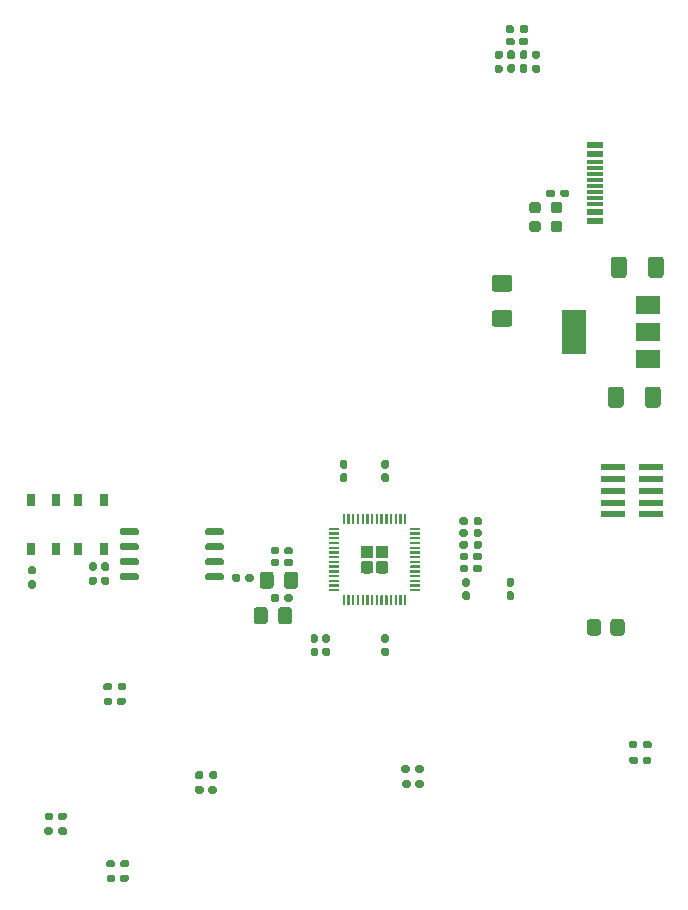
<source format=gbp>
G04 #@! TF.GenerationSoftware,KiCad,Pcbnew,5.1.9+dfsg1-1*
G04 #@! TF.CreationDate,2022-06-11T22:33:06-07:00*
G04 #@! TF.ProjectId,keygame,6b657967-616d-4652-9e6b-696361645f70,rev?*
G04 #@! TF.SameCoordinates,Original*
G04 #@! TF.FileFunction,Paste,Bot*
G04 #@! TF.FilePolarity,Positive*
%FSLAX46Y46*%
G04 Gerber Fmt 4.6, Leading zero omitted, Abs format (unit mm)*
G04 Created by KiCad (PCBNEW 5.1.9+dfsg1-1) date 2022-06-11 22:33:06*
%MOMM*%
%LPD*%
G01*
G04 APERTURE LIST*
%ADD10R,0.650000X1.050000*%
%ADD11R,2.000000X0.500000*%
%ADD12R,2.000000X3.800000*%
%ADD13R,2.000000X1.500000*%
%ADD14R,1.450000X0.300000*%
%ADD15R,1.450000X0.600000*%
G04 APERTURE END LIST*
D10*
G04 #@! TO.C,SW9*
X138425000Y-56925000D03*
X138425000Y-61075000D03*
X140575000Y-56925000D03*
X140575000Y-61075000D03*
G04 #@! TD*
G04 #@! TO.C,SW7*
X134425000Y-56925000D03*
X134425000Y-61075000D03*
X136575000Y-56925000D03*
X136575000Y-61075000D03*
G04 #@! TD*
G04 #@! TO.C,C1*
G36*
G01*
X142685000Y-88845000D02*
X142685000Y-89155000D01*
G75*
G02*
X142530000Y-89310000I-155000J0D01*
G01*
X142105000Y-89310000D01*
G75*
G02*
X141950000Y-89155000I0J155000D01*
G01*
X141950000Y-88845000D01*
G75*
G02*
X142105000Y-88690000I155000J0D01*
G01*
X142530000Y-88690000D01*
G75*
G02*
X142685000Y-88845000I0J-155000D01*
G01*
G37*
G36*
G01*
X141550000Y-88845000D02*
X141550000Y-89155000D01*
G75*
G02*
X141395000Y-89310000I-155000J0D01*
G01*
X140970000Y-89310000D01*
G75*
G02*
X140815000Y-89155000I0J155000D01*
G01*
X140815000Y-88845000D01*
G75*
G02*
X140970000Y-88690000I155000J0D01*
G01*
X141395000Y-88690000D01*
G75*
G02*
X141550000Y-88845000I0J-155000D01*
G01*
G37*
G04 #@! TD*
G04 #@! TO.C,C2*
G36*
G01*
X136700000Y-83905000D02*
X136700000Y-83595000D01*
G75*
G02*
X136855000Y-83440000I155000J0D01*
G01*
X137280000Y-83440000D01*
G75*
G02*
X137435000Y-83595000I0J-155000D01*
G01*
X137435000Y-83905000D01*
G75*
G02*
X137280000Y-84060000I-155000J0D01*
G01*
X136855000Y-84060000D01*
G75*
G02*
X136700000Y-83905000I0J155000D01*
G01*
G37*
G36*
G01*
X135565000Y-83905000D02*
X135565000Y-83595000D01*
G75*
G02*
X135720000Y-83440000I155000J0D01*
G01*
X136145000Y-83440000D01*
G75*
G02*
X136300000Y-83595000I0J-155000D01*
G01*
X136300000Y-83905000D01*
G75*
G02*
X136145000Y-84060000I-155000J0D01*
G01*
X135720000Y-84060000D01*
G75*
G02*
X135565000Y-83905000I0J155000D01*
G01*
G37*
G04 #@! TD*
G04 #@! TO.C,C3*
G36*
G01*
X150160000Y-81345000D02*
X150160000Y-81655000D01*
G75*
G02*
X150005000Y-81810000I-155000J0D01*
G01*
X149580000Y-81810000D01*
G75*
G02*
X149425000Y-81655000I0J155000D01*
G01*
X149425000Y-81345000D01*
G75*
G02*
X149580000Y-81190000I155000J0D01*
G01*
X150005000Y-81190000D01*
G75*
G02*
X150160000Y-81345000I0J-155000D01*
G01*
G37*
G36*
G01*
X149025000Y-81345000D02*
X149025000Y-81655000D01*
G75*
G02*
X148870000Y-81810000I-155000J0D01*
G01*
X148445000Y-81810000D01*
G75*
G02*
X148290000Y-81655000I0J155000D01*
G01*
X148290000Y-81345000D01*
G75*
G02*
X148445000Y-81190000I155000J0D01*
G01*
X148870000Y-81190000D01*
G75*
G02*
X149025000Y-81345000I0J-155000D01*
G01*
G37*
G04 #@! TD*
G04 #@! TO.C,C4*
G36*
G01*
X142435000Y-73845000D02*
X142435000Y-74155000D01*
G75*
G02*
X142280000Y-74310000I-155000J0D01*
G01*
X141855000Y-74310000D01*
G75*
G02*
X141700000Y-74155000I0J155000D01*
G01*
X141700000Y-73845000D01*
G75*
G02*
X141855000Y-73690000I155000J0D01*
G01*
X142280000Y-73690000D01*
G75*
G02*
X142435000Y-73845000I0J-155000D01*
G01*
G37*
G36*
G01*
X141300000Y-73845000D02*
X141300000Y-74155000D01*
G75*
G02*
X141145000Y-74310000I-155000J0D01*
G01*
X140720000Y-74310000D01*
G75*
G02*
X140565000Y-74155000I0J155000D01*
G01*
X140565000Y-73845000D01*
G75*
G02*
X140720000Y-73690000I155000J0D01*
G01*
X141145000Y-73690000D01*
G75*
G02*
X141300000Y-73845000I0J-155000D01*
G01*
G37*
G04 #@! TD*
G04 #@! TO.C,C5*
G36*
G01*
X185800000Y-78845000D02*
X185800000Y-79155000D01*
G75*
G02*
X185645000Y-79310000I-155000J0D01*
G01*
X185220000Y-79310000D01*
G75*
G02*
X185065000Y-79155000I0J155000D01*
G01*
X185065000Y-78845000D01*
G75*
G02*
X185220000Y-78690000I155000J0D01*
G01*
X185645000Y-78690000D01*
G75*
G02*
X185800000Y-78845000I0J-155000D01*
G01*
G37*
G36*
G01*
X186935000Y-78845000D02*
X186935000Y-79155000D01*
G75*
G02*
X186780000Y-79310000I-155000J0D01*
G01*
X186355000Y-79310000D01*
G75*
G02*
X186200000Y-79155000I0J155000D01*
G01*
X186200000Y-78845000D01*
G75*
G02*
X186355000Y-78690000I155000J0D01*
G01*
X186780000Y-78690000D01*
G75*
G02*
X186935000Y-78845000I0J-155000D01*
G01*
G37*
G04 #@! TD*
G04 #@! TO.C,C6*
G36*
G01*
X167685000Y-80845000D02*
X167685000Y-81155000D01*
G75*
G02*
X167530000Y-81310000I-155000J0D01*
G01*
X167105000Y-81310000D01*
G75*
G02*
X166950000Y-81155000I0J155000D01*
G01*
X166950000Y-80845000D01*
G75*
G02*
X167105000Y-80690000I155000J0D01*
G01*
X167530000Y-80690000D01*
G75*
G02*
X167685000Y-80845000I0J-155000D01*
G01*
G37*
G36*
G01*
X166550000Y-80845000D02*
X166550000Y-81155000D01*
G75*
G02*
X166395000Y-81310000I-155000J0D01*
G01*
X165970000Y-81310000D01*
G75*
G02*
X165815000Y-81155000I0J155000D01*
G01*
X165815000Y-80845000D01*
G75*
G02*
X165970000Y-80690000I155000J0D01*
G01*
X166395000Y-80690000D01*
G75*
G02*
X166550000Y-80845000I0J-155000D01*
G01*
G37*
G04 #@! TD*
G04 #@! TO.C,C9*
G36*
G01*
X155450000Y-61095000D02*
X155450000Y-61405000D01*
G75*
G02*
X155295000Y-61560000I-155000J0D01*
G01*
X154870000Y-61560000D01*
G75*
G02*
X154715000Y-61405000I0J155000D01*
G01*
X154715000Y-61095000D01*
G75*
G02*
X154870000Y-60940000I155000J0D01*
G01*
X155295000Y-60940000D01*
G75*
G02*
X155450000Y-61095000I0J-155000D01*
G01*
G37*
G36*
G01*
X156585000Y-61095000D02*
X156585000Y-61405000D01*
G75*
G02*
X156430000Y-61560000I-155000J0D01*
G01*
X156005000Y-61560000D01*
G75*
G02*
X155850000Y-61405000I0J155000D01*
G01*
X155850000Y-61095000D01*
G75*
G02*
X156005000Y-60940000I155000J0D01*
G01*
X156430000Y-60940000D01*
G75*
G02*
X156585000Y-61095000I0J-155000D01*
G01*
G37*
G04 #@! TD*
G04 #@! TO.C,C10*
G36*
G01*
X170715000Y-62905000D02*
X170715000Y-62595000D01*
G75*
G02*
X170870000Y-62440000I155000J0D01*
G01*
X171295000Y-62440000D01*
G75*
G02*
X171450000Y-62595000I0J-155000D01*
G01*
X171450000Y-62905000D01*
G75*
G02*
X171295000Y-63060000I-155000J0D01*
G01*
X170870000Y-63060000D01*
G75*
G02*
X170715000Y-62905000I0J155000D01*
G01*
G37*
G36*
G01*
X171850000Y-62905000D02*
X171850000Y-62595000D01*
G75*
G02*
X172005000Y-62440000I155000J0D01*
G01*
X172430000Y-62440000D01*
G75*
G02*
X172585000Y-62595000I0J-155000D01*
G01*
X172585000Y-62905000D01*
G75*
G02*
X172430000Y-63060000I-155000J0D01*
G01*
X172005000Y-63060000D01*
G75*
G02*
X171850000Y-62905000I0J155000D01*
G01*
G37*
G04 #@! TD*
G04 #@! TO.C,C11*
G36*
G01*
X157025000Y-63275000D02*
X157025000Y-64225000D01*
G75*
G02*
X156775000Y-64475000I-250000J0D01*
G01*
X156100000Y-64475000D01*
G75*
G02*
X155850000Y-64225000I0J250000D01*
G01*
X155850000Y-63275000D01*
G75*
G02*
X156100000Y-63025000I250000J0D01*
G01*
X156775000Y-63025000D01*
G75*
G02*
X157025000Y-63275000I0J-250000D01*
G01*
G37*
G36*
G01*
X154950000Y-63275000D02*
X154950000Y-64225000D01*
G75*
G02*
X154700000Y-64475000I-250000J0D01*
G01*
X154025000Y-64475000D01*
G75*
G02*
X153775000Y-64225000I0J250000D01*
G01*
X153775000Y-63275000D01*
G75*
G02*
X154025000Y-63025000I250000J0D01*
G01*
X154700000Y-63025000D01*
G75*
G02*
X154950000Y-63275000I0J-250000D01*
G01*
G37*
G04 #@! TD*
G04 #@! TO.C,C12*
G36*
G01*
X154450000Y-66275000D02*
X154450000Y-67225000D01*
G75*
G02*
X154200000Y-67475000I-250000J0D01*
G01*
X153525000Y-67475000D01*
G75*
G02*
X153275000Y-67225000I0J250000D01*
G01*
X153275000Y-66275000D01*
G75*
G02*
X153525000Y-66025000I250000J0D01*
G01*
X154200000Y-66025000D01*
G75*
G02*
X154450000Y-66275000I0J-250000D01*
G01*
G37*
G36*
G01*
X156525000Y-66275000D02*
X156525000Y-67225000D01*
G75*
G02*
X156275000Y-67475000I-250000J0D01*
G01*
X155600000Y-67475000D01*
G75*
G02*
X155350000Y-67225000I0J250000D01*
G01*
X155350000Y-66275000D01*
G75*
G02*
X155600000Y-66025000I250000J0D01*
G01*
X156275000Y-66025000D01*
G75*
G02*
X156525000Y-66275000I0J-250000D01*
G01*
G37*
G04 #@! TD*
G04 #@! TO.C,C13*
G36*
G01*
X156585000Y-62095000D02*
X156585000Y-62405000D01*
G75*
G02*
X156430000Y-62560000I-155000J0D01*
G01*
X156005000Y-62560000D01*
G75*
G02*
X155850000Y-62405000I0J155000D01*
G01*
X155850000Y-62095000D01*
G75*
G02*
X156005000Y-61940000I155000J0D01*
G01*
X156430000Y-61940000D01*
G75*
G02*
X156585000Y-62095000I0J-155000D01*
G01*
G37*
G36*
G01*
X155450000Y-62095000D02*
X155450000Y-62405000D01*
G75*
G02*
X155295000Y-62560000I-155000J0D01*
G01*
X154870000Y-62560000D01*
G75*
G02*
X154715000Y-62405000I0J155000D01*
G01*
X154715000Y-62095000D01*
G75*
G02*
X154870000Y-61940000I155000J0D01*
G01*
X155295000Y-61940000D01*
G75*
G02*
X155450000Y-62095000I0J-155000D01*
G01*
G37*
G04 #@! TD*
G04 #@! TO.C,C14*
G36*
G01*
X171850000Y-61905000D02*
X171850000Y-61595000D01*
G75*
G02*
X172005000Y-61440000I155000J0D01*
G01*
X172430000Y-61440000D01*
G75*
G02*
X172585000Y-61595000I0J-155000D01*
G01*
X172585000Y-61905000D01*
G75*
G02*
X172430000Y-62060000I-155000J0D01*
G01*
X172005000Y-62060000D01*
G75*
G02*
X171850000Y-61905000I0J155000D01*
G01*
G37*
G36*
G01*
X170715000Y-61905000D02*
X170715000Y-61595000D01*
G75*
G02*
X170870000Y-61440000I155000J0D01*
G01*
X171295000Y-61440000D01*
G75*
G02*
X171450000Y-61595000I0J-155000D01*
G01*
X171450000Y-61905000D01*
G75*
G02*
X171295000Y-62060000I-155000J0D01*
G01*
X170870000Y-62060000D01*
G75*
G02*
X170715000Y-61905000I0J155000D01*
G01*
G37*
G04 #@! TD*
G04 #@! TO.C,C15*
G36*
G01*
X164555000Y-55435000D02*
X164245000Y-55435000D01*
G75*
G02*
X164090000Y-55280000I0J155000D01*
G01*
X164090000Y-54855000D01*
G75*
G02*
X164245000Y-54700000I155000J0D01*
G01*
X164555000Y-54700000D01*
G75*
G02*
X164710000Y-54855000I0J-155000D01*
G01*
X164710000Y-55280000D01*
G75*
G02*
X164555000Y-55435000I-155000J0D01*
G01*
G37*
G36*
G01*
X164555000Y-54300000D02*
X164245000Y-54300000D01*
G75*
G02*
X164090000Y-54145000I0J155000D01*
G01*
X164090000Y-53720000D01*
G75*
G02*
X164245000Y-53565000I155000J0D01*
G01*
X164555000Y-53565000D01*
G75*
G02*
X164710000Y-53720000I0J-155000D01*
G01*
X164710000Y-54145000D01*
G75*
G02*
X164555000Y-54300000I-155000J0D01*
G01*
G37*
G04 #@! TD*
G04 #@! TO.C,C16*
G36*
G01*
X161055000Y-54300000D02*
X160745000Y-54300000D01*
G75*
G02*
X160590000Y-54145000I0J155000D01*
G01*
X160590000Y-53720000D01*
G75*
G02*
X160745000Y-53565000I155000J0D01*
G01*
X161055000Y-53565000D01*
G75*
G02*
X161210000Y-53720000I0J-155000D01*
G01*
X161210000Y-54145000D01*
G75*
G02*
X161055000Y-54300000I-155000J0D01*
G01*
G37*
G36*
G01*
X161055000Y-55435000D02*
X160745000Y-55435000D01*
G75*
G02*
X160590000Y-55280000I0J155000D01*
G01*
X160590000Y-54855000D01*
G75*
G02*
X160745000Y-54700000I155000J0D01*
G01*
X161055000Y-54700000D01*
G75*
G02*
X161210000Y-54855000I0J-155000D01*
G01*
X161210000Y-55280000D01*
G75*
G02*
X161055000Y-55435000I-155000J0D01*
G01*
G37*
G04 #@! TD*
G04 #@! TO.C,C17*
G36*
G01*
X159245000Y-69450000D02*
X159555000Y-69450000D01*
G75*
G02*
X159710000Y-69605000I0J-155000D01*
G01*
X159710000Y-70030000D01*
G75*
G02*
X159555000Y-70185000I-155000J0D01*
G01*
X159245000Y-70185000D01*
G75*
G02*
X159090000Y-70030000I0J155000D01*
G01*
X159090000Y-69605000D01*
G75*
G02*
X159245000Y-69450000I155000J0D01*
G01*
G37*
G36*
G01*
X159245000Y-68315000D02*
X159555000Y-68315000D01*
G75*
G02*
X159710000Y-68470000I0J-155000D01*
G01*
X159710000Y-68895000D01*
G75*
G02*
X159555000Y-69050000I-155000J0D01*
G01*
X159245000Y-69050000D01*
G75*
G02*
X159090000Y-68895000I0J155000D01*
G01*
X159090000Y-68470000D01*
G75*
G02*
X159245000Y-68315000I155000J0D01*
G01*
G37*
G04 #@! TD*
G04 #@! TO.C,C18*
G36*
G01*
X158245000Y-68315000D02*
X158555000Y-68315000D01*
G75*
G02*
X158710000Y-68470000I0J-155000D01*
G01*
X158710000Y-68895000D01*
G75*
G02*
X158555000Y-69050000I-155000J0D01*
G01*
X158245000Y-69050000D01*
G75*
G02*
X158090000Y-68895000I0J155000D01*
G01*
X158090000Y-68470000D01*
G75*
G02*
X158245000Y-68315000I155000J0D01*
G01*
G37*
G36*
G01*
X158245000Y-69450000D02*
X158555000Y-69450000D01*
G75*
G02*
X158710000Y-69605000I0J-155000D01*
G01*
X158710000Y-70030000D01*
G75*
G02*
X158555000Y-70185000I-155000J0D01*
G01*
X158245000Y-70185000D01*
G75*
G02*
X158090000Y-70030000I0J155000D01*
G01*
X158090000Y-69605000D01*
G75*
G02*
X158245000Y-69450000I155000J0D01*
G01*
G37*
G04 #@! TD*
G04 #@! TO.C,C19*
G36*
G01*
X155450000Y-65095000D02*
X155450000Y-65405000D01*
G75*
G02*
X155295000Y-65560000I-155000J0D01*
G01*
X154870000Y-65560000D01*
G75*
G02*
X154715000Y-65405000I0J155000D01*
G01*
X154715000Y-65095000D01*
G75*
G02*
X154870000Y-64940000I155000J0D01*
G01*
X155295000Y-64940000D01*
G75*
G02*
X155450000Y-65095000I0J-155000D01*
G01*
G37*
G36*
G01*
X156585000Y-65095000D02*
X156585000Y-65405000D01*
G75*
G02*
X156430000Y-65560000I-155000J0D01*
G01*
X156005000Y-65560000D01*
G75*
G02*
X155850000Y-65405000I0J155000D01*
G01*
X155850000Y-65095000D01*
G75*
G02*
X156005000Y-64940000I155000J0D01*
G01*
X156430000Y-64940000D01*
G75*
G02*
X156585000Y-65095000I0J-155000D01*
G01*
G37*
G04 #@! TD*
G04 #@! TO.C,C20*
G36*
G01*
X164245000Y-68315000D02*
X164555000Y-68315000D01*
G75*
G02*
X164710000Y-68470000I0J-155000D01*
G01*
X164710000Y-68895000D01*
G75*
G02*
X164555000Y-69050000I-155000J0D01*
G01*
X164245000Y-69050000D01*
G75*
G02*
X164090000Y-68895000I0J155000D01*
G01*
X164090000Y-68470000D01*
G75*
G02*
X164245000Y-68315000I155000J0D01*
G01*
G37*
G36*
G01*
X164245000Y-69450000D02*
X164555000Y-69450000D01*
G75*
G02*
X164710000Y-69605000I0J-155000D01*
G01*
X164710000Y-70030000D01*
G75*
G02*
X164555000Y-70185000I-155000J0D01*
G01*
X164245000Y-70185000D01*
G75*
G02*
X164090000Y-70030000I0J155000D01*
G01*
X164090000Y-69605000D01*
G75*
G02*
X164245000Y-69450000I155000J0D01*
G01*
G37*
G04 #@! TD*
G04 #@! TO.C,C22*
G36*
G01*
X152550000Y-63705000D02*
X152550000Y-63395000D01*
G75*
G02*
X152705000Y-63240000I155000J0D01*
G01*
X153130000Y-63240000D01*
G75*
G02*
X153285000Y-63395000I0J-155000D01*
G01*
X153285000Y-63705000D01*
G75*
G02*
X153130000Y-63860000I-155000J0D01*
G01*
X152705000Y-63860000D01*
G75*
G02*
X152550000Y-63705000I0J155000D01*
G01*
G37*
G36*
G01*
X151415000Y-63705000D02*
X151415000Y-63395000D01*
G75*
G02*
X151570000Y-63240000I155000J0D01*
G01*
X151995000Y-63240000D01*
G75*
G02*
X152150000Y-63395000I0J-155000D01*
G01*
X152150000Y-63705000D01*
G75*
G02*
X151995000Y-63860000I-155000J0D01*
G01*
X151570000Y-63860000D01*
G75*
G02*
X151415000Y-63705000I0J155000D01*
G01*
G37*
G04 #@! TD*
D11*
G04 #@! TO.C,J4*
X183650000Y-58170000D03*
X186950000Y-58170000D03*
X183650000Y-57170000D03*
X186950000Y-57170000D03*
X183650000Y-56170000D03*
X186950000Y-56170000D03*
X183650000Y-55170000D03*
X186950000Y-55170000D03*
X183650000Y-54170000D03*
X186950000Y-54170000D03*
G04 #@! TD*
G04 #@! TO.C,R1*
G36*
G01*
X181480000Y-68180001D02*
X181480000Y-67279999D01*
G75*
G02*
X181729999Y-67030000I249999J0D01*
G01*
X182430001Y-67030000D01*
G75*
G02*
X182680000Y-67279999I0J-249999D01*
G01*
X182680000Y-68180001D01*
G75*
G02*
X182430001Y-68430000I-249999J0D01*
G01*
X181729999Y-68430000D01*
G75*
G02*
X181480000Y-68180001I0J249999D01*
G01*
G37*
G36*
G01*
X183480000Y-68180001D02*
X183480000Y-67279999D01*
G75*
G02*
X183729999Y-67030000I249999J0D01*
G01*
X184430001Y-67030000D01*
G75*
G02*
X184680000Y-67279999I0J-249999D01*
G01*
X184680000Y-68180001D01*
G75*
G02*
X184430001Y-68430000I-249999J0D01*
G01*
X183729999Y-68430000D01*
G75*
G02*
X183480000Y-68180001I0J249999D01*
G01*
G37*
G04 #@! TD*
G04 #@! TO.C,R2*
G36*
G01*
X142455000Y-72590000D02*
X142455000Y-72910000D01*
G75*
G02*
X142295000Y-73070000I-160000J0D01*
G01*
X141900000Y-73070000D01*
G75*
G02*
X141740000Y-72910000I0J160000D01*
G01*
X141740000Y-72590000D01*
G75*
G02*
X141900000Y-72430000I160000J0D01*
G01*
X142295000Y-72430000D01*
G75*
G02*
X142455000Y-72590000I0J-160000D01*
G01*
G37*
G36*
G01*
X141260000Y-72590000D02*
X141260000Y-72910000D01*
G75*
G02*
X141100000Y-73070000I-160000J0D01*
G01*
X140705000Y-73070000D01*
G75*
G02*
X140545000Y-72910000I0J160000D01*
G01*
X140545000Y-72590000D01*
G75*
G02*
X140705000Y-72430000I160000J0D01*
G01*
X141100000Y-72430000D01*
G75*
G02*
X141260000Y-72590000I0J-160000D01*
G01*
G37*
G04 #@! TD*
G04 #@! TO.C,R3*
G36*
G01*
X142705000Y-87590000D02*
X142705000Y-87910000D01*
G75*
G02*
X142545000Y-88070000I-160000J0D01*
G01*
X142150000Y-88070000D01*
G75*
G02*
X141990000Y-87910000I0J160000D01*
G01*
X141990000Y-87590000D01*
G75*
G02*
X142150000Y-87430000I160000J0D01*
G01*
X142545000Y-87430000D01*
G75*
G02*
X142705000Y-87590000I0J-160000D01*
G01*
G37*
G36*
G01*
X141510000Y-87590000D02*
X141510000Y-87910000D01*
G75*
G02*
X141350000Y-88070000I-160000J0D01*
G01*
X140955000Y-88070000D01*
G75*
G02*
X140795000Y-87910000I0J160000D01*
G01*
X140795000Y-87590000D01*
G75*
G02*
X140955000Y-87430000I160000J0D01*
G01*
X141350000Y-87430000D01*
G75*
G02*
X141510000Y-87590000I0J-160000D01*
G01*
G37*
G04 #@! TD*
G04 #@! TO.C,R4*
G36*
G01*
X135545000Y-85160000D02*
X135545000Y-84840000D01*
G75*
G02*
X135705000Y-84680000I160000J0D01*
G01*
X136100000Y-84680000D01*
G75*
G02*
X136260000Y-84840000I0J-160000D01*
G01*
X136260000Y-85160000D01*
G75*
G02*
X136100000Y-85320000I-160000J0D01*
G01*
X135705000Y-85320000D01*
G75*
G02*
X135545000Y-85160000I0J160000D01*
G01*
G37*
G36*
G01*
X136740000Y-85160000D02*
X136740000Y-84840000D01*
G75*
G02*
X136900000Y-84680000I160000J0D01*
G01*
X137295000Y-84680000D01*
G75*
G02*
X137455000Y-84840000I0J-160000D01*
G01*
X137455000Y-85160000D01*
G75*
G02*
X137295000Y-85320000I-160000J0D01*
G01*
X136900000Y-85320000D01*
G75*
G02*
X136740000Y-85160000I0J160000D01*
G01*
G37*
G04 #@! TD*
G04 #@! TO.C,R5*
G36*
G01*
X150205000Y-80090000D02*
X150205000Y-80410000D01*
G75*
G02*
X150045000Y-80570000I-160000J0D01*
G01*
X149650000Y-80570000D01*
G75*
G02*
X149490000Y-80410000I0J160000D01*
G01*
X149490000Y-80090000D01*
G75*
G02*
X149650000Y-79930000I160000J0D01*
G01*
X150045000Y-79930000D01*
G75*
G02*
X150205000Y-80090000I0J-160000D01*
G01*
G37*
G36*
G01*
X149010000Y-80090000D02*
X149010000Y-80410000D01*
G75*
G02*
X148850000Y-80570000I-160000J0D01*
G01*
X148455000Y-80570000D01*
G75*
G02*
X148295000Y-80410000I0J160000D01*
G01*
X148295000Y-80090000D01*
G75*
G02*
X148455000Y-79930000I160000J0D01*
G01*
X148850000Y-79930000D01*
G75*
G02*
X149010000Y-80090000I0J-160000D01*
G01*
G37*
G04 #@! TD*
G04 #@! TO.C,R6*
G36*
G01*
X185760000Y-77510000D02*
X185760000Y-77830000D01*
G75*
G02*
X185600000Y-77990000I-160000J0D01*
G01*
X185205000Y-77990000D01*
G75*
G02*
X185045000Y-77830000I0J160000D01*
G01*
X185045000Y-77510000D01*
G75*
G02*
X185205000Y-77350000I160000J0D01*
G01*
X185600000Y-77350000D01*
G75*
G02*
X185760000Y-77510000I0J-160000D01*
G01*
G37*
G36*
G01*
X186955000Y-77510000D02*
X186955000Y-77830000D01*
G75*
G02*
X186795000Y-77990000I-160000J0D01*
G01*
X186400000Y-77990000D01*
G75*
G02*
X186240000Y-77830000I0J160000D01*
G01*
X186240000Y-77510000D01*
G75*
G02*
X186400000Y-77350000I160000J0D01*
G01*
X186795000Y-77350000D01*
G75*
G02*
X186955000Y-77510000I0J-160000D01*
G01*
G37*
G04 #@! TD*
G04 #@! TO.C,R7*
G36*
G01*
X167680000Y-79590000D02*
X167680000Y-79910000D01*
G75*
G02*
X167520000Y-80070000I-160000J0D01*
G01*
X167125000Y-80070000D01*
G75*
G02*
X166965000Y-79910000I0J160000D01*
G01*
X166965000Y-79590000D01*
G75*
G02*
X167125000Y-79430000I160000J0D01*
G01*
X167520000Y-79430000D01*
G75*
G02*
X167680000Y-79590000I0J-160000D01*
G01*
G37*
G36*
G01*
X166485000Y-79590000D02*
X166485000Y-79910000D01*
G75*
G02*
X166325000Y-80070000I-160000J0D01*
G01*
X165930000Y-80070000D01*
G75*
G02*
X165770000Y-79910000I0J160000D01*
G01*
X165770000Y-79590000D01*
G75*
G02*
X165930000Y-79430000I160000J0D01*
G01*
X166325000Y-79430000D01*
G75*
G02*
X166485000Y-79590000I0J-160000D01*
G01*
G37*
G04 #@! TD*
G04 #@! TO.C,R8*
G36*
G01*
X134660000Y-64455000D02*
X134340000Y-64455000D01*
G75*
G02*
X134180000Y-64295000I0J160000D01*
G01*
X134180000Y-63900000D01*
G75*
G02*
X134340000Y-63740000I160000J0D01*
G01*
X134660000Y-63740000D01*
G75*
G02*
X134820000Y-63900000I0J-160000D01*
G01*
X134820000Y-64295000D01*
G75*
G02*
X134660000Y-64455000I-160000J0D01*
G01*
G37*
G36*
G01*
X134660000Y-63260000D02*
X134340000Y-63260000D01*
G75*
G02*
X134180000Y-63100000I0J160000D01*
G01*
X134180000Y-62705000D01*
G75*
G02*
X134340000Y-62545000I160000J0D01*
G01*
X134660000Y-62545000D01*
G75*
G02*
X134820000Y-62705000I0J-160000D01*
G01*
X134820000Y-63100000D01*
G75*
G02*
X134660000Y-63260000I-160000J0D01*
G01*
G37*
G04 #@! TD*
G04 #@! TO.C,R9*
G36*
G01*
X140860000Y-62960000D02*
X140540000Y-62960000D01*
G75*
G02*
X140380000Y-62800000I0J160000D01*
G01*
X140380000Y-62405000D01*
G75*
G02*
X140540000Y-62245000I160000J0D01*
G01*
X140860000Y-62245000D01*
G75*
G02*
X141020000Y-62405000I0J-160000D01*
G01*
X141020000Y-62800000D01*
G75*
G02*
X140860000Y-62960000I-160000J0D01*
G01*
G37*
G36*
G01*
X140860000Y-64155000D02*
X140540000Y-64155000D01*
G75*
G02*
X140380000Y-63995000I0J160000D01*
G01*
X140380000Y-63600000D01*
G75*
G02*
X140540000Y-63440000I160000J0D01*
G01*
X140860000Y-63440000D01*
G75*
G02*
X141020000Y-63600000I0J-160000D01*
G01*
X141020000Y-63995000D01*
G75*
G02*
X140860000Y-64155000I-160000J0D01*
G01*
G37*
G04 #@! TD*
G04 #@! TO.C,R10*
G36*
G01*
X171410000Y-60590000D02*
X171410000Y-60910000D01*
G75*
G02*
X171250000Y-61070000I-160000J0D01*
G01*
X170855000Y-61070000D01*
G75*
G02*
X170695000Y-60910000I0J160000D01*
G01*
X170695000Y-60590000D01*
G75*
G02*
X170855000Y-60430000I160000J0D01*
G01*
X171250000Y-60430000D01*
G75*
G02*
X171410000Y-60590000I0J-160000D01*
G01*
G37*
G36*
G01*
X172605000Y-60590000D02*
X172605000Y-60910000D01*
G75*
G02*
X172445000Y-61070000I-160000J0D01*
G01*
X172050000Y-61070000D01*
G75*
G02*
X171890000Y-60910000I0J160000D01*
G01*
X171890000Y-60590000D01*
G75*
G02*
X172050000Y-60430000I160000J0D01*
G01*
X172445000Y-60430000D01*
G75*
G02*
X172605000Y-60590000I0J-160000D01*
G01*
G37*
G04 #@! TD*
G04 #@! TO.C,R13*
G36*
G01*
X171410000Y-58590000D02*
X171410000Y-58910000D01*
G75*
G02*
X171250000Y-59070000I-160000J0D01*
G01*
X170855000Y-59070000D01*
G75*
G02*
X170695000Y-58910000I0J160000D01*
G01*
X170695000Y-58590000D01*
G75*
G02*
X170855000Y-58430000I160000J0D01*
G01*
X171250000Y-58430000D01*
G75*
G02*
X171410000Y-58590000I0J-160000D01*
G01*
G37*
G36*
G01*
X172605000Y-58590000D02*
X172605000Y-58910000D01*
G75*
G02*
X172445000Y-59070000I-160000J0D01*
G01*
X172050000Y-59070000D01*
G75*
G02*
X171890000Y-58910000I0J160000D01*
G01*
X171890000Y-58590000D01*
G75*
G02*
X172050000Y-58430000I160000J0D01*
G01*
X172445000Y-58430000D01*
G75*
G02*
X172605000Y-58590000I0J-160000D01*
G01*
G37*
G04 #@! TD*
G04 #@! TO.C,R15*
G36*
G01*
X171410000Y-59590000D02*
X171410000Y-59910000D01*
G75*
G02*
X171250000Y-60070000I-160000J0D01*
G01*
X170855000Y-60070000D01*
G75*
G02*
X170695000Y-59910000I0J160000D01*
G01*
X170695000Y-59590000D01*
G75*
G02*
X170855000Y-59430000I160000J0D01*
G01*
X171250000Y-59430000D01*
G75*
G02*
X171410000Y-59590000I0J-160000D01*
G01*
G37*
G36*
G01*
X172605000Y-59590000D02*
X172605000Y-59910000D01*
G75*
G02*
X172445000Y-60070000I-160000J0D01*
G01*
X172050000Y-60070000D01*
G75*
G02*
X171890000Y-59910000I0J160000D01*
G01*
X171890000Y-59590000D01*
G75*
G02*
X172050000Y-59430000I160000J0D01*
G01*
X172445000Y-59430000D01*
G75*
G02*
X172605000Y-59590000I0J-160000D01*
G01*
G37*
G04 #@! TD*
G04 #@! TO.C,R18*
G36*
G01*
X179955000Y-30840000D02*
X179955000Y-31160000D01*
G75*
G02*
X179795000Y-31320000I-160000J0D01*
G01*
X179400000Y-31320000D01*
G75*
G02*
X179240000Y-31160000I0J160000D01*
G01*
X179240000Y-30840000D01*
G75*
G02*
X179400000Y-30680000I160000J0D01*
G01*
X179795000Y-30680000D01*
G75*
G02*
X179955000Y-30840000I0J-160000D01*
G01*
G37*
G36*
G01*
X178760000Y-30840000D02*
X178760000Y-31160000D01*
G75*
G02*
X178600000Y-31320000I-160000J0D01*
G01*
X178205000Y-31320000D01*
G75*
G02*
X178045000Y-31160000I0J160000D01*
G01*
X178045000Y-30840000D01*
G75*
G02*
X178205000Y-30680000I160000J0D01*
G01*
X178600000Y-30680000D01*
G75*
G02*
X178760000Y-30840000I0J-160000D01*
G01*
G37*
G04 #@! TD*
G04 #@! TO.C,R19*
G36*
G01*
X139490000Y-63440000D02*
X139810000Y-63440000D01*
G75*
G02*
X139970000Y-63600000I0J-160000D01*
G01*
X139970000Y-63995000D01*
G75*
G02*
X139810000Y-64155000I-160000J0D01*
G01*
X139490000Y-64155000D01*
G75*
G02*
X139330000Y-63995000I0J160000D01*
G01*
X139330000Y-63600000D01*
G75*
G02*
X139490000Y-63440000I160000J0D01*
G01*
G37*
G36*
G01*
X139490000Y-62245000D02*
X139810000Y-62245000D01*
G75*
G02*
X139970000Y-62405000I0J-160000D01*
G01*
X139970000Y-62800000D01*
G75*
G02*
X139810000Y-62960000I-160000J0D01*
G01*
X139490000Y-62960000D01*
G75*
G02*
X139330000Y-62800000I0J160000D01*
G01*
X139330000Y-62405000D01*
G75*
G02*
X139490000Y-62245000I160000J0D01*
G01*
G37*
G04 #@! TD*
G04 #@! TO.C,U1*
G36*
G01*
X162570283Y-60820283D02*
X163154717Y-60820283D01*
G75*
G02*
X163404717Y-61070283I0J-250000D01*
G01*
X163404717Y-61654717D01*
G75*
G02*
X163154717Y-61904717I-250000J0D01*
G01*
X162570283Y-61904717D01*
G75*
G02*
X162320283Y-61654717I0J250000D01*
G01*
X162320283Y-61070283D01*
G75*
G02*
X162570283Y-60820283I250000J0D01*
G01*
G37*
G36*
G01*
X163845283Y-60820283D02*
X164429717Y-60820283D01*
G75*
G02*
X164679717Y-61070283I0J-250000D01*
G01*
X164679717Y-61654717D01*
G75*
G02*
X164429717Y-61904717I-250000J0D01*
G01*
X163845283Y-61904717D01*
G75*
G02*
X163595283Y-61654717I0J250000D01*
G01*
X163595283Y-61070283D01*
G75*
G02*
X163845283Y-60820283I250000J0D01*
G01*
G37*
G36*
G01*
X162570283Y-62095283D02*
X163154717Y-62095283D01*
G75*
G02*
X163404717Y-62345283I0J-250000D01*
G01*
X163404717Y-62929717D01*
G75*
G02*
X163154717Y-63179717I-250000J0D01*
G01*
X162570283Y-63179717D01*
G75*
G02*
X162320283Y-62929717I0J250000D01*
G01*
X162320283Y-62345283D01*
G75*
G02*
X162570283Y-62095283I250000J0D01*
G01*
G37*
G36*
G01*
X163845283Y-62095283D02*
X164429717Y-62095283D01*
G75*
G02*
X164679717Y-62345283I0J-250000D01*
G01*
X164679717Y-62929717D01*
G75*
G02*
X164429717Y-63179717I-250000J0D01*
G01*
X163845283Y-63179717D01*
G75*
G02*
X163595283Y-62929717I0J250000D01*
G01*
X163595283Y-62345283D01*
G75*
G02*
X163845283Y-62095283I250000J0D01*
G01*
G37*
G36*
G01*
X160850000Y-58125000D02*
X160950000Y-58125000D01*
G75*
G02*
X161000000Y-58175000I0J-50000D01*
G01*
X161000000Y-58950000D01*
G75*
G02*
X160950000Y-59000000I-50000J0D01*
G01*
X160850000Y-59000000D01*
G75*
G02*
X160800000Y-58950000I0J50000D01*
G01*
X160800000Y-58175000D01*
G75*
G02*
X160850000Y-58125000I50000J0D01*
G01*
G37*
G36*
G01*
X161250000Y-58125000D02*
X161350000Y-58125000D01*
G75*
G02*
X161400000Y-58175000I0J-50000D01*
G01*
X161400000Y-58950000D01*
G75*
G02*
X161350000Y-59000000I-50000J0D01*
G01*
X161250000Y-59000000D01*
G75*
G02*
X161200000Y-58950000I0J50000D01*
G01*
X161200000Y-58175000D01*
G75*
G02*
X161250000Y-58125000I50000J0D01*
G01*
G37*
G36*
G01*
X161650000Y-58125000D02*
X161750000Y-58125000D01*
G75*
G02*
X161800000Y-58175000I0J-50000D01*
G01*
X161800000Y-58950000D01*
G75*
G02*
X161750000Y-59000000I-50000J0D01*
G01*
X161650000Y-59000000D01*
G75*
G02*
X161600000Y-58950000I0J50000D01*
G01*
X161600000Y-58175000D01*
G75*
G02*
X161650000Y-58125000I50000J0D01*
G01*
G37*
G36*
G01*
X162050000Y-58125000D02*
X162150000Y-58125000D01*
G75*
G02*
X162200000Y-58175000I0J-50000D01*
G01*
X162200000Y-58950000D01*
G75*
G02*
X162150000Y-59000000I-50000J0D01*
G01*
X162050000Y-59000000D01*
G75*
G02*
X162000000Y-58950000I0J50000D01*
G01*
X162000000Y-58175000D01*
G75*
G02*
X162050000Y-58125000I50000J0D01*
G01*
G37*
G36*
G01*
X162450000Y-58125000D02*
X162550000Y-58125000D01*
G75*
G02*
X162600000Y-58175000I0J-50000D01*
G01*
X162600000Y-58950000D01*
G75*
G02*
X162550000Y-59000000I-50000J0D01*
G01*
X162450000Y-59000000D01*
G75*
G02*
X162400000Y-58950000I0J50000D01*
G01*
X162400000Y-58175000D01*
G75*
G02*
X162450000Y-58125000I50000J0D01*
G01*
G37*
G36*
G01*
X162850000Y-58125000D02*
X162950000Y-58125000D01*
G75*
G02*
X163000000Y-58175000I0J-50000D01*
G01*
X163000000Y-58950000D01*
G75*
G02*
X162950000Y-59000000I-50000J0D01*
G01*
X162850000Y-59000000D01*
G75*
G02*
X162800000Y-58950000I0J50000D01*
G01*
X162800000Y-58175000D01*
G75*
G02*
X162850000Y-58125000I50000J0D01*
G01*
G37*
G36*
G01*
X163250000Y-58125000D02*
X163350000Y-58125000D01*
G75*
G02*
X163400000Y-58175000I0J-50000D01*
G01*
X163400000Y-58950000D01*
G75*
G02*
X163350000Y-59000000I-50000J0D01*
G01*
X163250000Y-59000000D01*
G75*
G02*
X163200000Y-58950000I0J50000D01*
G01*
X163200000Y-58175000D01*
G75*
G02*
X163250000Y-58125000I50000J0D01*
G01*
G37*
G36*
G01*
X163650000Y-58125000D02*
X163750000Y-58125000D01*
G75*
G02*
X163800000Y-58175000I0J-50000D01*
G01*
X163800000Y-58950000D01*
G75*
G02*
X163750000Y-59000000I-50000J0D01*
G01*
X163650000Y-59000000D01*
G75*
G02*
X163600000Y-58950000I0J50000D01*
G01*
X163600000Y-58175000D01*
G75*
G02*
X163650000Y-58125000I50000J0D01*
G01*
G37*
G36*
G01*
X164050000Y-58125000D02*
X164150000Y-58125000D01*
G75*
G02*
X164200000Y-58175000I0J-50000D01*
G01*
X164200000Y-58950000D01*
G75*
G02*
X164150000Y-59000000I-50000J0D01*
G01*
X164050000Y-59000000D01*
G75*
G02*
X164000000Y-58950000I0J50000D01*
G01*
X164000000Y-58175000D01*
G75*
G02*
X164050000Y-58125000I50000J0D01*
G01*
G37*
G36*
G01*
X164450000Y-58125000D02*
X164550000Y-58125000D01*
G75*
G02*
X164600000Y-58175000I0J-50000D01*
G01*
X164600000Y-58950000D01*
G75*
G02*
X164550000Y-59000000I-50000J0D01*
G01*
X164450000Y-59000000D01*
G75*
G02*
X164400000Y-58950000I0J50000D01*
G01*
X164400000Y-58175000D01*
G75*
G02*
X164450000Y-58125000I50000J0D01*
G01*
G37*
G36*
G01*
X164850000Y-58125000D02*
X164950000Y-58125000D01*
G75*
G02*
X165000000Y-58175000I0J-50000D01*
G01*
X165000000Y-58950000D01*
G75*
G02*
X164950000Y-59000000I-50000J0D01*
G01*
X164850000Y-59000000D01*
G75*
G02*
X164800000Y-58950000I0J50000D01*
G01*
X164800000Y-58175000D01*
G75*
G02*
X164850000Y-58125000I50000J0D01*
G01*
G37*
G36*
G01*
X165250000Y-58125000D02*
X165350000Y-58125000D01*
G75*
G02*
X165400000Y-58175000I0J-50000D01*
G01*
X165400000Y-58950000D01*
G75*
G02*
X165350000Y-59000000I-50000J0D01*
G01*
X165250000Y-59000000D01*
G75*
G02*
X165200000Y-58950000I0J50000D01*
G01*
X165200000Y-58175000D01*
G75*
G02*
X165250000Y-58125000I50000J0D01*
G01*
G37*
G36*
G01*
X165650000Y-58125000D02*
X165750000Y-58125000D01*
G75*
G02*
X165800000Y-58175000I0J-50000D01*
G01*
X165800000Y-58950000D01*
G75*
G02*
X165750000Y-59000000I-50000J0D01*
G01*
X165650000Y-59000000D01*
G75*
G02*
X165600000Y-58950000I0J50000D01*
G01*
X165600000Y-58175000D01*
G75*
G02*
X165650000Y-58125000I50000J0D01*
G01*
G37*
G36*
G01*
X166050000Y-58125000D02*
X166150000Y-58125000D01*
G75*
G02*
X166200000Y-58175000I0J-50000D01*
G01*
X166200000Y-58950000D01*
G75*
G02*
X166150000Y-59000000I-50000J0D01*
G01*
X166050000Y-59000000D01*
G75*
G02*
X166000000Y-58950000I0J50000D01*
G01*
X166000000Y-58175000D01*
G75*
G02*
X166050000Y-58125000I50000J0D01*
G01*
G37*
G36*
G01*
X166550000Y-59300000D02*
X167325000Y-59300000D01*
G75*
G02*
X167375000Y-59350000I0J-50000D01*
G01*
X167375000Y-59450000D01*
G75*
G02*
X167325000Y-59500000I-50000J0D01*
G01*
X166550000Y-59500000D01*
G75*
G02*
X166500000Y-59450000I0J50000D01*
G01*
X166500000Y-59350000D01*
G75*
G02*
X166550000Y-59300000I50000J0D01*
G01*
G37*
G36*
G01*
X166550000Y-59700000D02*
X167325000Y-59700000D01*
G75*
G02*
X167375000Y-59750000I0J-50000D01*
G01*
X167375000Y-59850000D01*
G75*
G02*
X167325000Y-59900000I-50000J0D01*
G01*
X166550000Y-59900000D01*
G75*
G02*
X166500000Y-59850000I0J50000D01*
G01*
X166500000Y-59750000D01*
G75*
G02*
X166550000Y-59700000I50000J0D01*
G01*
G37*
G36*
G01*
X166550000Y-60100000D02*
X167325000Y-60100000D01*
G75*
G02*
X167375000Y-60150000I0J-50000D01*
G01*
X167375000Y-60250000D01*
G75*
G02*
X167325000Y-60300000I-50000J0D01*
G01*
X166550000Y-60300000D01*
G75*
G02*
X166500000Y-60250000I0J50000D01*
G01*
X166500000Y-60150000D01*
G75*
G02*
X166550000Y-60100000I50000J0D01*
G01*
G37*
G36*
G01*
X166550000Y-60500000D02*
X167325000Y-60500000D01*
G75*
G02*
X167375000Y-60550000I0J-50000D01*
G01*
X167375000Y-60650000D01*
G75*
G02*
X167325000Y-60700000I-50000J0D01*
G01*
X166550000Y-60700000D01*
G75*
G02*
X166500000Y-60650000I0J50000D01*
G01*
X166500000Y-60550000D01*
G75*
G02*
X166550000Y-60500000I50000J0D01*
G01*
G37*
G36*
G01*
X166550000Y-60900000D02*
X167325000Y-60900000D01*
G75*
G02*
X167375000Y-60950000I0J-50000D01*
G01*
X167375000Y-61050000D01*
G75*
G02*
X167325000Y-61100000I-50000J0D01*
G01*
X166550000Y-61100000D01*
G75*
G02*
X166500000Y-61050000I0J50000D01*
G01*
X166500000Y-60950000D01*
G75*
G02*
X166550000Y-60900000I50000J0D01*
G01*
G37*
G36*
G01*
X166550000Y-61300000D02*
X167325000Y-61300000D01*
G75*
G02*
X167375000Y-61350000I0J-50000D01*
G01*
X167375000Y-61450000D01*
G75*
G02*
X167325000Y-61500000I-50000J0D01*
G01*
X166550000Y-61500000D01*
G75*
G02*
X166500000Y-61450000I0J50000D01*
G01*
X166500000Y-61350000D01*
G75*
G02*
X166550000Y-61300000I50000J0D01*
G01*
G37*
G36*
G01*
X166550000Y-61700000D02*
X167325000Y-61700000D01*
G75*
G02*
X167375000Y-61750000I0J-50000D01*
G01*
X167375000Y-61850000D01*
G75*
G02*
X167325000Y-61900000I-50000J0D01*
G01*
X166550000Y-61900000D01*
G75*
G02*
X166500000Y-61850000I0J50000D01*
G01*
X166500000Y-61750000D01*
G75*
G02*
X166550000Y-61700000I50000J0D01*
G01*
G37*
G36*
G01*
X166550000Y-62100000D02*
X167325000Y-62100000D01*
G75*
G02*
X167375000Y-62150000I0J-50000D01*
G01*
X167375000Y-62250000D01*
G75*
G02*
X167325000Y-62300000I-50000J0D01*
G01*
X166550000Y-62300000D01*
G75*
G02*
X166500000Y-62250000I0J50000D01*
G01*
X166500000Y-62150000D01*
G75*
G02*
X166550000Y-62100000I50000J0D01*
G01*
G37*
G36*
G01*
X166550000Y-62500000D02*
X167325000Y-62500000D01*
G75*
G02*
X167375000Y-62550000I0J-50000D01*
G01*
X167375000Y-62650000D01*
G75*
G02*
X167325000Y-62700000I-50000J0D01*
G01*
X166550000Y-62700000D01*
G75*
G02*
X166500000Y-62650000I0J50000D01*
G01*
X166500000Y-62550000D01*
G75*
G02*
X166550000Y-62500000I50000J0D01*
G01*
G37*
G36*
G01*
X166550000Y-62900000D02*
X167325000Y-62900000D01*
G75*
G02*
X167375000Y-62950000I0J-50000D01*
G01*
X167375000Y-63050000D01*
G75*
G02*
X167325000Y-63100000I-50000J0D01*
G01*
X166550000Y-63100000D01*
G75*
G02*
X166500000Y-63050000I0J50000D01*
G01*
X166500000Y-62950000D01*
G75*
G02*
X166550000Y-62900000I50000J0D01*
G01*
G37*
G36*
G01*
X166550000Y-63300000D02*
X167325000Y-63300000D01*
G75*
G02*
X167375000Y-63350000I0J-50000D01*
G01*
X167375000Y-63450000D01*
G75*
G02*
X167325000Y-63500000I-50000J0D01*
G01*
X166550000Y-63500000D01*
G75*
G02*
X166500000Y-63450000I0J50000D01*
G01*
X166500000Y-63350000D01*
G75*
G02*
X166550000Y-63300000I50000J0D01*
G01*
G37*
G36*
G01*
X166550000Y-63700000D02*
X167325000Y-63700000D01*
G75*
G02*
X167375000Y-63750000I0J-50000D01*
G01*
X167375000Y-63850000D01*
G75*
G02*
X167325000Y-63900000I-50000J0D01*
G01*
X166550000Y-63900000D01*
G75*
G02*
X166500000Y-63850000I0J50000D01*
G01*
X166500000Y-63750000D01*
G75*
G02*
X166550000Y-63700000I50000J0D01*
G01*
G37*
G36*
G01*
X166550000Y-64100000D02*
X167325000Y-64100000D01*
G75*
G02*
X167375000Y-64150000I0J-50000D01*
G01*
X167375000Y-64250000D01*
G75*
G02*
X167325000Y-64300000I-50000J0D01*
G01*
X166550000Y-64300000D01*
G75*
G02*
X166500000Y-64250000I0J50000D01*
G01*
X166500000Y-64150000D01*
G75*
G02*
X166550000Y-64100000I50000J0D01*
G01*
G37*
G36*
G01*
X166550000Y-64500000D02*
X167325000Y-64500000D01*
G75*
G02*
X167375000Y-64550000I0J-50000D01*
G01*
X167375000Y-64650000D01*
G75*
G02*
X167325000Y-64700000I-50000J0D01*
G01*
X166550000Y-64700000D01*
G75*
G02*
X166500000Y-64650000I0J50000D01*
G01*
X166500000Y-64550000D01*
G75*
G02*
X166550000Y-64500000I50000J0D01*
G01*
G37*
G36*
G01*
X166050000Y-65000000D02*
X166150000Y-65000000D01*
G75*
G02*
X166200000Y-65050000I0J-50000D01*
G01*
X166200000Y-65825000D01*
G75*
G02*
X166150000Y-65875000I-50000J0D01*
G01*
X166050000Y-65875000D01*
G75*
G02*
X166000000Y-65825000I0J50000D01*
G01*
X166000000Y-65050000D01*
G75*
G02*
X166050000Y-65000000I50000J0D01*
G01*
G37*
G36*
G01*
X165650000Y-65000000D02*
X165750000Y-65000000D01*
G75*
G02*
X165800000Y-65050000I0J-50000D01*
G01*
X165800000Y-65825000D01*
G75*
G02*
X165750000Y-65875000I-50000J0D01*
G01*
X165650000Y-65875000D01*
G75*
G02*
X165600000Y-65825000I0J50000D01*
G01*
X165600000Y-65050000D01*
G75*
G02*
X165650000Y-65000000I50000J0D01*
G01*
G37*
G36*
G01*
X165250000Y-65000000D02*
X165350000Y-65000000D01*
G75*
G02*
X165400000Y-65050000I0J-50000D01*
G01*
X165400000Y-65825000D01*
G75*
G02*
X165350000Y-65875000I-50000J0D01*
G01*
X165250000Y-65875000D01*
G75*
G02*
X165200000Y-65825000I0J50000D01*
G01*
X165200000Y-65050000D01*
G75*
G02*
X165250000Y-65000000I50000J0D01*
G01*
G37*
G36*
G01*
X164850000Y-65000000D02*
X164950000Y-65000000D01*
G75*
G02*
X165000000Y-65050000I0J-50000D01*
G01*
X165000000Y-65825000D01*
G75*
G02*
X164950000Y-65875000I-50000J0D01*
G01*
X164850000Y-65875000D01*
G75*
G02*
X164800000Y-65825000I0J50000D01*
G01*
X164800000Y-65050000D01*
G75*
G02*
X164850000Y-65000000I50000J0D01*
G01*
G37*
G36*
G01*
X164450000Y-65000000D02*
X164550000Y-65000000D01*
G75*
G02*
X164600000Y-65050000I0J-50000D01*
G01*
X164600000Y-65825000D01*
G75*
G02*
X164550000Y-65875000I-50000J0D01*
G01*
X164450000Y-65875000D01*
G75*
G02*
X164400000Y-65825000I0J50000D01*
G01*
X164400000Y-65050000D01*
G75*
G02*
X164450000Y-65000000I50000J0D01*
G01*
G37*
G36*
G01*
X164050000Y-65000000D02*
X164150000Y-65000000D01*
G75*
G02*
X164200000Y-65050000I0J-50000D01*
G01*
X164200000Y-65825000D01*
G75*
G02*
X164150000Y-65875000I-50000J0D01*
G01*
X164050000Y-65875000D01*
G75*
G02*
X164000000Y-65825000I0J50000D01*
G01*
X164000000Y-65050000D01*
G75*
G02*
X164050000Y-65000000I50000J0D01*
G01*
G37*
G36*
G01*
X163650000Y-65000000D02*
X163750000Y-65000000D01*
G75*
G02*
X163800000Y-65050000I0J-50000D01*
G01*
X163800000Y-65825000D01*
G75*
G02*
X163750000Y-65875000I-50000J0D01*
G01*
X163650000Y-65875000D01*
G75*
G02*
X163600000Y-65825000I0J50000D01*
G01*
X163600000Y-65050000D01*
G75*
G02*
X163650000Y-65000000I50000J0D01*
G01*
G37*
G36*
G01*
X163250000Y-65000000D02*
X163350000Y-65000000D01*
G75*
G02*
X163400000Y-65050000I0J-50000D01*
G01*
X163400000Y-65825000D01*
G75*
G02*
X163350000Y-65875000I-50000J0D01*
G01*
X163250000Y-65875000D01*
G75*
G02*
X163200000Y-65825000I0J50000D01*
G01*
X163200000Y-65050000D01*
G75*
G02*
X163250000Y-65000000I50000J0D01*
G01*
G37*
G36*
G01*
X162850000Y-65000000D02*
X162950000Y-65000000D01*
G75*
G02*
X163000000Y-65050000I0J-50000D01*
G01*
X163000000Y-65825000D01*
G75*
G02*
X162950000Y-65875000I-50000J0D01*
G01*
X162850000Y-65875000D01*
G75*
G02*
X162800000Y-65825000I0J50000D01*
G01*
X162800000Y-65050000D01*
G75*
G02*
X162850000Y-65000000I50000J0D01*
G01*
G37*
G36*
G01*
X162450000Y-65000000D02*
X162550000Y-65000000D01*
G75*
G02*
X162600000Y-65050000I0J-50000D01*
G01*
X162600000Y-65825000D01*
G75*
G02*
X162550000Y-65875000I-50000J0D01*
G01*
X162450000Y-65875000D01*
G75*
G02*
X162400000Y-65825000I0J50000D01*
G01*
X162400000Y-65050000D01*
G75*
G02*
X162450000Y-65000000I50000J0D01*
G01*
G37*
G36*
G01*
X162050000Y-65000000D02*
X162150000Y-65000000D01*
G75*
G02*
X162200000Y-65050000I0J-50000D01*
G01*
X162200000Y-65825000D01*
G75*
G02*
X162150000Y-65875000I-50000J0D01*
G01*
X162050000Y-65875000D01*
G75*
G02*
X162000000Y-65825000I0J50000D01*
G01*
X162000000Y-65050000D01*
G75*
G02*
X162050000Y-65000000I50000J0D01*
G01*
G37*
G36*
G01*
X161650000Y-65000000D02*
X161750000Y-65000000D01*
G75*
G02*
X161800000Y-65050000I0J-50000D01*
G01*
X161800000Y-65825000D01*
G75*
G02*
X161750000Y-65875000I-50000J0D01*
G01*
X161650000Y-65875000D01*
G75*
G02*
X161600000Y-65825000I0J50000D01*
G01*
X161600000Y-65050000D01*
G75*
G02*
X161650000Y-65000000I50000J0D01*
G01*
G37*
G36*
G01*
X161250000Y-65000000D02*
X161350000Y-65000000D01*
G75*
G02*
X161400000Y-65050000I0J-50000D01*
G01*
X161400000Y-65825000D01*
G75*
G02*
X161350000Y-65875000I-50000J0D01*
G01*
X161250000Y-65875000D01*
G75*
G02*
X161200000Y-65825000I0J50000D01*
G01*
X161200000Y-65050000D01*
G75*
G02*
X161250000Y-65000000I50000J0D01*
G01*
G37*
G36*
G01*
X160850000Y-65000000D02*
X160950000Y-65000000D01*
G75*
G02*
X161000000Y-65050000I0J-50000D01*
G01*
X161000000Y-65825000D01*
G75*
G02*
X160950000Y-65875000I-50000J0D01*
G01*
X160850000Y-65875000D01*
G75*
G02*
X160800000Y-65825000I0J50000D01*
G01*
X160800000Y-65050000D01*
G75*
G02*
X160850000Y-65000000I50000J0D01*
G01*
G37*
G36*
G01*
X159675000Y-64500000D02*
X160450000Y-64500000D01*
G75*
G02*
X160500000Y-64550000I0J-50000D01*
G01*
X160500000Y-64650000D01*
G75*
G02*
X160450000Y-64700000I-50000J0D01*
G01*
X159675000Y-64700000D01*
G75*
G02*
X159625000Y-64650000I0J50000D01*
G01*
X159625000Y-64550000D01*
G75*
G02*
X159675000Y-64500000I50000J0D01*
G01*
G37*
G36*
G01*
X159675000Y-64100000D02*
X160450000Y-64100000D01*
G75*
G02*
X160500000Y-64150000I0J-50000D01*
G01*
X160500000Y-64250000D01*
G75*
G02*
X160450000Y-64300000I-50000J0D01*
G01*
X159675000Y-64300000D01*
G75*
G02*
X159625000Y-64250000I0J50000D01*
G01*
X159625000Y-64150000D01*
G75*
G02*
X159675000Y-64100000I50000J0D01*
G01*
G37*
G36*
G01*
X159675000Y-63700000D02*
X160450000Y-63700000D01*
G75*
G02*
X160500000Y-63750000I0J-50000D01*
G01*
X160500000Y-63850000D01*
G75*
G02*
X160450000Y-63900000I-50000J0D01*
G01*
X159675000Y-63900000D01*
G75*
G02*
X159625000Y-63850000I0J50000D01*
G01*
X159625000Y-63750000D01*
G75*
G02*
X159675000Y-63700000I50000J0D01*
G01*
G37*
G36*
G01*
X159675000Y-63300000D02*
X160450000Y-63300000D01*
G75*
G02*
X160500000Y-63350000I0J-50000D01*
G01*
X160500000Y-63450000D01*
G75*
G02*
X160450000Y-63500000I-50000J0D01*
G01*
X159675000Y-63500000D01*
G75*
G02*
X159625000Y-63450000I0J50000D01*
G01*
X159625000Y-63350000D01*
G75*
G02*
X159675000Y-63300000I50000J0D01*
G01*
G37*
G36*
G01*
X159675000Y-62900000D02*
X160450000Y-62900000D01*
G75*
G02*
X160500000Y-62950000I0J-50000D01*
G01*
X160500000Y-63050000D01*
G75*
G02*
X160450000Y-63100000I-50000J0D01*
G01*
X159675000Y-63100000D01*
G75*
G02*
X159625000Y-63050000I0J50000D01*
G01*
X159625000Y-62950000D01*
G75*
G02*
X159675000Y-62900000I50000J0D01*
G01*
G37*
G36*
G01*
X159675000Y-62500000D02*
X160450000Y-62500000D01*
G75*
G02*
X160500000Y-62550000I0J-50000D01*
G01*
X160500000Y-62650000D01*
G75*
G02*
X160450000Y-62700000I-50000J0D01*
G01*
X159675000Y-62700000D01*
G75*
G02*
X159625000Y-62650000I0J50000D01*
G01*
X159625000Y-62550000D01*
G75*
G02*
X159675000Y-62500000I50000J0D01*
G01*
G37*
G36*
G01*
X159675000Y-62100000D02*
X160450000Y-62100000D01*
G75*
G02*
X160500000Y-62150000I0J-50000D01*
G01*
X160500000Y-62250000D01*
G75*
G02*
X160450000Y-62300000I-50000J0D01*
G01*
X159675000Y-62300000D01*
G75*
G02*
X159625000Y-62250000I0J50000D01*
G01*
X159625000Y-62150000D01*
G75*
G02*
X159675000Y-62100000I50000J0D01*
G01*
G37*
G36*
G01*
X159675000Y-61700000D02*
X160450000Y-61700000D01*
G75*
G02*
X160500000Y-61750000I0J-50000D01*
G01*
X160500000Y-61850000D01*
G75*
G02*
X160450000Y-61900000I-50000J0D01*
G01*
X159675000Y-61900000D01*
G75*
G02*
X159625000Y-61850000I0J50000D01*
G01*
X159625000Y-61750000D01*
G75*
G02*
X159675000Y-61700000I50000J0D01*
G01*
G37*
G36*
G01*
X159675000Y-61300000D02*
X160450000Y-61300000D01*
G75*
G02*
X160500000Y-61350000I0J-50000D01*
G01*
X160500000Y-61450000D01*
G75*
G02*
X160450000Y-61500000I-50000J0D01*
G01*
X159675000Y-61500000D01*
G75*
G02*
X159625000Y-61450000I0J50000D01*
G01*
X159625000Y-61350000D01*
G75*
G02*
X159675000Y-61300000I50000J0D01*
G01*
G37*
G36*
G01*
X159675000Y-60900000D02*
X160450000Y-60900000D01*
G75*
G02*
X160500000Y-60950000I0J-50000D01*
G01*
X160500000Y-61050000D01*
G75*
G02*
X160450000Y-61100000I-50000J0D01*
G01*
X159675000Y-61100000D01*
G75*
G02*
X159625000Y-61050000I0J50000D01*
G01*
X159625000Y-60950000D01*
G75*
G02*
X159675000Y-60900000I50000J0D01*
G01*
G37*
G36*
G01*
X159675000Y-60500000D02*
X160450000Y-60500000D01*
G75*
G02*
X160500000Y-60550000I0J-50000D01*
G01*
X160500000Y-60650000D01*
G75*
G02*
X160450000Y-60700000I-50000J0D01*
G01*
X159675000Y-60700000D01*
G75*
G02*
X159625000Y-60650000I0J50000D01*
G01*
X159625000Y-60550000D01*
G75*
G02*
X159675000Y-60500000I50000J0D01*
G01*
G37*
G36*
G01*
X159675000Y-60100000D02*
X160450000Y-60100000D01*
G75*
G02*
X160500000Y-60150000I0J-50000D01*
G01*
X160500000Y-60250000D01*
G75*
G02*
X160450000Y-60300000I-50000J0D01*
G01*
X159675000Y-60300000D01*
G75*
G02*
X159625000Y-60250000I0J50000D01*
G01*
X159625000Y-60150000D01*
G75*
G02*
X159675000Y-60100000I50000J0D01*
G01*
G37*
G36*
G01*
X159675000Y-59700000D02*
X160450000Y-59700000D01*
G75*
G02*
X160500000Y-59750000I0J-50000D01*
G01*
X160500000Y-59850000D01*
G75*
G02*
X160450000Y-59900000I-50000J0D01*
G01*
X159675000Y-59900000D01*
G75*
G02*
X159625000Y-59850000I0J50000D01*
G01*
X159625000Y-59750000D01*
G75*
G02*
X159675000Y-59700000I50000J0D01*
G01*
G37*
G36*
G01*
X159675000Y-59300000D02*
X160450000Y-59300000D01*
G75*
G02*
X160500000Y-59350000I0J-50000D01*
G01*
X160500000Y-59450000D01*
G75*
G02*
X160450000Y-59500000I-50000J0D01*
G01*
X159675000Y-59500000D01*
G75*
G02*
X159625000Y-59450000I0J50000D01*
G01*
X159625000Y-59350000D01*
G75*
G02*
X159675000Y-59300000I50000J0D01*
G01*
G37*
G04 #@! TD*
G04 #@! TO.C,U3*
G36*
G01*
X141950000Y-63605000D02*
X141950000Y-63305000D01*
G75*
G02*
X142100000Y-63155000I150000J0D01*
G01*
X143400000Y-63155000D01*
G75*
G02*
X143550000Y-63305000I0J-150000D01*
G01*
X143550000Y-63605000D01*
G75*
G02*
X143400000Y-63755000I-150000J0D01*
G01*
X142100000Y-63755000D01*
G75*
G02*
X141950000Y-63605000I0J150000D01*
G01*
G37*
G36*
G01*
X141950000Y-62335000D02*
X141950000Y-62035000D01*
G75*
G02*
X142100000Y-61885000I150000J0D01*
G01*
X143400000Y-61885000D01*
G75*
G02*
X143550000Y-62035000I0J-150000D01*
G01*
X143550000Y-62335000D01*
G75*
G02*
X143400000Y-62485000I-150000J0D01*
G01*
X142100000Y-62485000D01*
G75*
G02*
X141950000Y-62335000I0J150000D01*
G01*
G37*
G36*
G01*
X141950000Y-61065000D02*
X141950000Y-60765000D01*
G75*
G02*
X142100000Y-60615000I150000J0D01*
G01*
X143400000Y-60615000D01*
G75*
G02*
X143550000Y-60765000I0J-150000D01*
G01*
X143550000Y-61065000D01*
G75*
G02*
X143400000Y-61215000I-150000J0D01*
G01*
X142100000Y-61215000D01*
G75*
G02*
X141950000Y-61065000I0J150000D01*
G01*
G37*
G36*
G01*
X141950000Y-59795000D02*
X141950000Y-59495000D01*
G75*
G02*
X142100000Y-59345000I150000J0D01*
G01*
X143400000Y-59345000D01*
G75*
G02*
X143550000Y-59495000I0J-150000D01*
G01*
X143550000Y-59795000D01*
G75*
G02*
X143400000Y-59945000I-150000J0D01*
G01*
X142100000Y-59945000D01*
G75*
G02*
X141950000Y-59795000I0J150000D01*
G01*
G37*
G36*
G01*
X149150000Y-59795000D02*
X149150000Y-59495000D01*
G75*
G02*
X149300000Y-59345000I150000J0D01*
G01*
X150600000Y-59345000D01*
G75*
G02*
X150750000Y-59495000I0J-150000D01*
G01*
X150750000Y-59795000D01*
G75*
G02*
X150600000Y-59945000I-150000J0D01*
G01*
X149300000Y-59945000D01*
G75*
G02*
X149150000Y-59795000I0J150000D01*
G01*
G37*
G36*
G01*
X149150000Y-61065000D02*
X149150000Y-60765000D01*
G75*
G02*
X149300000Y-60615000I150000J0D01*
G01*
X150600000Y-60615000D01*
G75*
G02*
X150750000Y-60765000I0J-150000D01*
G01*
X150750000Y-61065000D01*
G75*
G02*
X150600000Y-61215000I-150000J0D01*
G01*
X149300000Y-61215000D01*
G75*
G02*
X149150000Y-61065000I0J150000D01*
G01*
G37*
G36*
G01*
X149150000Y-62335000D02*
X149150000Y-62035000D01*
G75*
G02*
X149300000Y-61885000I150000J0D01*
G01*
X150600000Y-61885000D01*
G75*
G02*
X150750000Y-62035000I0J-150000D01*
G01*
X150750000Y-62335000D01*
G75*
G02*
X150600000Y-62485000I-150000J0D01*
G01*
X149300000Y-62485000D01*
G75*
G02*
X149150000Y-62335000I0J150000D01*
G01*
G37*
G36*
G01*
X149150000Y-63605000D02*
X149150000Y-63305000D01*
G75*
G02*
X149300000Y-63155000I150000J0D01*
G01*
X150600000Y-63155000D01*
G75*
G02*
X150750000Y-63305000I0J-150000D01*
G01*
X150750000Y-63605000D01*
G75*
G02*
X150600000Y-63755000I-150000J0D01*
G01*
X149300000Y-63755000D01*
G75*
G02*
X149150000Y-63605000I0J150000D01*
G01*
G37*
G04 #@! TD*
D12*
G04 #@! TO.C,U4*
X180350000Y-42750000D03*
D13*
X186650000Y-42750000D03*
X186650000Y-45050000D03*
X186650000Y-40450000D03*
G04 #@! TD*
G04 #@! TO.C,C7*
G36*
G01*
X171405000Y-65435000D02*
X171095000Y-65435000D01*
G75*
G02*
X170940000Y-65280000I0J155000D01*
G01*
X170940000Y-64855000D01*
G75*
G02*
X171095000Y-64700000I155000J0D01*
G01*
X171405000Y-64700000D01*
G75*
G02*
X171560000Y-64855000I0J-155000D01*
G01*
X171560000Y-65280000D01*
G75*
G02*
X171405000Y-65435000I-155000J0D01*
G01*
G37*
G36*
G01*
X171405000Y-64300000D02*
X171095000Y-64300000D01*
G75*
G02*
X170940000Y-64145000I0J155000D01*
G01*
X170940000Y-63720000D01*
G75*
G02*
X171095000Y-63565000I155000J0D01*
G01*
X171405000Y-63565000D01*
G75*
G02*
X171560000Y-63720000I0J-155000D01*
G01*
X171560000Y-64145000D01*
G75*
G02*
X171405000Y-64300000I-155000J0D01*
G01*
G37*
G04 #@! TD*
G04 #@! TO.C,C8*
G36*
G01*
X175155000Y-64300000D02*
X174845000Y-64300000D01*
G75*
G02*
X174690000Y-64145000I0J155000D01*
G01*
X174690000Y-63720000D01*
G75*
G02*
X174845000Y-63565000I155000J0D01*
G01*
X175155000Y-63565000D01*
G75*
G02*
X175310000Y-63720000I0J-155000D01*
G01*
X175310000Y-64145000D01*
G75*
G02*
X175155000Y-64300000I-155000J0D01*
G01*
G37*
G36*
G01*
X175155000Y-65435000D02*
X174845000Y-65435000D01*
G75*
G02*
X174690000Y-65280000I0J155000D01*
G01*
X174690000Y-64855000D01*
G75*
G02*
X174845000Y-64700000I155000J0D01*
G01*
X175155000Y-64700000D01*
G75*
G02*
X175310000Y-64855000I0J-155000D01*
G01*
X175310000Y-65280000D01*
G75*
G02*
X175155000Y-65435000I-155000J0D01*
G01*
G37*
G04 #@! TD*
D14*
G04 #@! TO.C,P1*
X182205000Y-29860000D03*
X182205000Y-31860000D03*
X182205000Y-31360000D03*
X182205000Y-30860000D03*
X182205000Y-30360000D03*
X182205000Y-29360000D03*
X182205000Y-28860000D03*
X182205000Y-28360000D03*
D15*
X182205000Y-33360000D03*
X182205000Y-32560000D03*
X182205000Y-27660000D03*
X182205000Y-26860000D03*
X182205000Y-26860000D03*
X182205000Y-27660000D03*
X182205000Y-32560000D03*
X182205000Y-33360000D03*
G04 #@! TD*
G04 #@! TO.C,D1*
G36*
G01*
X175230000Y-20797500D02*
X174910000Y-20797500D01*
G75*
G02*
X174750000Y-20637500I0J160000D01*
G01*
X174750000Y-20192500D01*
G75*
G02*
X174910000Y-20032500I160000J0D01*
G01*
X175230000Y-20032500D01*
G75*
G02*
X175390000Y-20192500I0J-160000D01*
G01*
X175390000Y-20637500D01*
G75*
G02*
X175230000Y-20797500I-160000J0D01*
G01*
G37*
G36*
G01*
X175230000Y-19652500D02*
X174910000Y-19652500D01*
G75*
G02*
X174750000Y-19492500I0J160000D01*
G01*
X174750000Y-19047500D01*
G75*
G02*
X174910000Y-18887500I160000J0D01*
G01*
X175230000Y-18887500D01*
G75*
G02*
X175390000Y-19047500I0J-160000D01*
G01*
X175390000Y-19492500D01*
G75*
G02*
X175230000Y-19652500I-160000J0D01*
G01*
G37*
G04 #@! TD*
G04 #@! TO.C,D2*
G36*
G01*
X176280000Y-19650000D02*
X175960000Y-19650000D01*
G75*
G02*
X175800000Y-19490000I0J160000D01*
G01*
X175800000Y-19045000D01*
G75*
G02*
X175960000Y-18885000I160000J0D01*
G01*
X176280000Y-18885000D01*
G75*
G02*
X176440000Y-19045000I0J-160000D01*
G01*
X176440000Y-19490000D01*
G75*
G02*
X176280000Y-19650000I-160000J0D01*
G01*
G37*
G36*
G01*
X176280000Y-20795000D02*
X175960000Y-20795000D01*
G75*
G02*
X175800000Y-20635000I0J160000D01*
G01*
X175800000Y-20190000D01*
G75*
G02*
X175960000Y-20030000I160000J0D01*
G01*
X176280000Y-20030000D01*
G75*
G02*
X176440000Y-20190000I0J-160000D01*
G01*
X176440000Y-20635000D01*
G75*
G02*
X176280000Y-20795000I-160000J0D01*
G01*
G37*
G04 #@! TD*
G04 #@! TO.C,D3*
G36*
G01*
X176515000Y-17990000D02*
X176515000Y-18310000D01*
G75*
G02*
X176355000Y-18470000I-160000J0D01*
G01*
X175910000Y-18470000D01*
G75*
G02*
X175750000Y-18310000I0J160000D01*
G01*
X175750000Y-17990000D01*
G75*
G02*
X175910000Y-17830000I160000J0D01*
G01*
X176355000Y-17830000D01*
G75*
G02*
X176515000Y-17990000I0J-160000D01*
G01*
G37*
G36*
G01*
X175370000Y-17990000D02*
X175370000Y-18310000D01*
G75*
G02*
X175210000Y-18470000I-160000J0D01*
G01*
X174765000Y-18470000D01*
G75*
G02*
X174605000Y-18310000I0J160000D01*
G01*
X174605000Y-17990000D01*
G75*
G02*
X174765000Y-17830000I160000J0D01*
G01*
X175210000Y-17830000D01*
G75*
G02*
X175370000Y-17990000I0J-160000D01*
G01*
G37*
G04 #@! TD*
G04 #@! TO.C,R14*
G36*
G01*
X174180000Y-20815000D02*
X173860000Y-20815000D01*
G75*
G02*
X173700000Y-20655000I0J160000D01*
G01*
X173700000Y-20260000D01*
G75*
G02*
X173860000Y-20100000I160000J0D01*
G01*
X174180000Y-20100000D01*
G75*
G02*
X174340000Y-20260000I0J-160000D01*
G01*
X174340000Y-20655000D01*
G75*
G02*
X174180000Y-20815000I-160000J0D01*
G01*
G37*
G36*
G01*
X174180000Y-19620000D02*
X173860000Y-19620000D01*
G75*
G02*
X173700000Y-19460000I0J160000D01*
G01*
X173700000Y-19065000D01*
G75*
G02*
X173860000Y-18905000I160000J0D01*
G01*
X174180000Y-18905000D01*
G75*
G02*
X174340000Y-19065000I0J-160000D01*
G01*
X174340000Y-19460000D01*
G75*
G02*
X174180000Y-19620000I-160000J0D01*
G01*
G37*
G04 #@! TD*
G04 #@! TO.C,R16*
G36*
G01*
X177340000Y-19620000D02*
X177020000Y-19620000D01*
G75*
G02*
X176860000Y-19460000I0J160000D01*
G01*
X176860000Y-19065000D01*
G75*
G02*
X177020000Y-18905000I160000J0D01*
G01*
X177340000Y-18905000D01*
G75*
G02*
X177500000Y-19065000I0J-160000D01*
G01*
X177500000Y-19460000D01*
G75*
G02*
X177340000Y-19620000I-160000J0D01*
G01*
G37*
G36*
G01*
X177340000Y-20815000D02*
X177020000Y-20815000D01*
G75*
G02*
X176860000Y-20655000I0J160000D01*
G01*
X176860000Y-20260000D01*
G75*
G02*
X177020000Y-20100000I160000J0D01*
G01*
X177340000Y-20100000D01*
G75*
G02*
X177500000Y-20260000I0J-160000D01*
G01*
X177500000Y-20655000D01*
G75*
G02*
X177340000Y-20815000I-160000J0D01*
G01*
G37*
G04 #@! TD*
G04 #@! TO.C,R17*
G36*
G01*
X176515000Y-16920000D02*
X176515000Y-17240000D01*
G75*
G02*
X176355000Y-17400000I-160000J0D01*
G01*
X175960000Y-17400000D01*
G75*
G02*
X175800000Y-17240000I0J160000D01*
G01*
X175800000Y-16920000D01*
G75*
G02*
X175960000Y-16760000I160000J0D01*
G01*
X176355000Y-16760000D01*
G75*
G02*
X176515000Y-16920000I0J-160000D01*
G01*
G37*
G36*
G01*
X175320000Y-16920000D02*
X175320000Y-17240000D01*
G75*
G02*
X175160000Y-17400000I-160000J0D01*
G01*
X174765000Y-17400000D01*
G75*
G02*
X174605000Y-17240000I0J160000D01*
G01*
X174605000Y-16920000D01*
G75*
G02*
X174765000Y-16760000I160000J0D01*
G01*
X175160000Y-16760000D01*
G75*
G02*
X175320000Y-16920000I0J-160000D01*
G01*
G37*
G04 #@! TD*
G04 #@! TO.C,C21*
G36*
G01*
X184600000Y-47599998D02*
X184600000Y-48900002D01*
G75*
G02*
X184350002Y-49150000I-249998J0D01*
G01*
X183524998Y-49150000D01*
G75*
G02*
X183275000Y-48900002I0J249998D01*
G01*
X183275000Y-47599998D01*
G75*
G02*
X183524998Y-47350000I249998J0D01*
G01*
X184350002Y-47350000D01*
G75*
G02*
X184600000Y-47599998I0J-249998D01*
G01*
G37*
G36*
G01*
X187725000Y-47599998D02*
X187725000Y-48900002D01*
G75*
G02*
X187475002Y-49150000I-249998J0D01*
G01*
X186649998Y-49150000D01*
G75*
G02*
X186400000Y-48900002I0J249998D01*
G01*
X186400000Y-47599998D01*
G75*
G02*
X186649998Y-47350000I249998J0D01*
G01*
X187475002Y-47350000D01*
G75*
G02*
X187725000Y-47599998I0J-249998D01*
G01*
G37*
G04 #@! TD*
G04 #@! TO.C,C23*
G36*
G01*
X183525000Y-37900002D02*
X183525000Y-36599998D01*
G75*
G02*
X183774998Y-36350000I249998J0D01*
G01*
X184600002Y-36350000D01*
G75*
G02*
X184850000Y-36599998I0J-249998D01*
G01*
X184850000Y-37900002D01*
G75*
G02*
X184600002Y-38150000I-249998J0D01*
G01*
X183774998Y-38150000D01*
G75*
G02*
X183525000Y-37900002I0J249998D01*
G01*
G37*
G36*
G01*
X186650000Y-37900002D02*
X186650000Y-36599998D01*
G75*
G02*
X186899998Y-36350000I249998J0D01*
G01*
X187725002Y-36350000D01*
G75*
G02*
X187975000Y-36599998I0J-249998D01*
G01*
X187975000Y-37900002D01*
G75*
G02*
X187725002Y-38150000I-249998J0D01*
G01*
X186899998Y-38150000D01*
G75*
G02*
X186650000Y-37900002I0J249998D01*
G01*
G37*
G04 #@! TD*
G04 #@! TO.C,R11*
G36*
G01*
X177575000Y-31962500D02*
X177575000Y-32437500D01*
G75*
G02*
X177337500Y-32675000I-237500J0D01*
G01*
X176837500Y-32675000D01*
G75*
G02*
X176600000Y-32437500I0J237500D01*
G01*
X176600000Y-31962500D01*
G75*
G02*
X176837500Y-31725000I237500J0D01*
G01*
X177337500Y-31725000D01*
G75*
G02*
X177575000Y-31962500I0J-237500D01*
G01*
G37*
G36*
G01*
X179400000Y-31962500D02*
X179400000Y-32437500D01*
G75*
G02*
X179162500Y-32675000I-237500J0D01*
G01*
X178662500Y-32675000D01*
G75*
G02*
X178425000Y-32437500I0J237500D01*
G01*
X178425000Y-31962500D01*
G75*
G02*
X178662500Y-31725000I237500J0D01*
G01*
X179162500Y-31725000D01*
G75*
G02*
X179400000Y-31962500I0J-237500D01*
G01*
G37*
G04 #@! TD*
G04 #@! TO.C,R12*
G36*
G01*
X179400000Y-33562500D02*
X179400000Y-34037500D01*
G75*
G02*
X179162500Y-34275000I-237500J0D01*
G01*
X178662500Y-34275000D01*
G75*
G02*
X178425000Y-34037500I0J237500D01*
G01*
X178425000Y-33562500D01*
G75*
G02*
X178662500Y-33325000I237500J0D01*
G01*
X179162500Y-33325000D01*
G75*
G02*
X179400000Y-33562500I0J-237500D01*
G01*
G37*
G36*
G01*
X177575000Y-33562500D02*
X177575000Y-34037500D01*
G75*
G02*
X177337500Y-34275000I-237500J0D01*
G01*
X176837500Y-34275000D01*
G75*
G02*
X176600000Y-34037500I0J237500D01*
G01*
X176600000Y-33562500D01*
G75*
G02*
X176837500Y-33325000I237500J0D01*
G01*
X177337500Y-33325000D01*
G75*
G02*
X177575000Y-33562500I0J-237500D01*
G01*
G37*
G04 #@! TD*
G04 #@! TO.C,F1*
G36*
G01*
X174925000Y-42300000D02*
X173675000Y-42300000D01*
G75*
G02*
X173425000Y-42050000I0J250000D01*
G01*
X173425000Y-41125000D01*
G75*
G02*
X173675000Y-40875000I250000J0D01*
G01*
X174925000Y-40875000D01*
G75*
G02*
X175175000Y-41125000I0J-250000D01*
G01*
X175175000Y-42050000D01*
G75*
G02*
X174925000Y-42300000I-250000J0D01*
G01*
G37*
G36*
G01*
X174925000Y-39325000D02*
X173675000Y-39325000D01*
G75*
G02*
X173425000Y-39075000I0J250000D01*
G01*
X173425000Y-38150000D01*
G75*
G02*
X173675000Y-37900000I250000J0D01*
G01*
X174925000Y-37900000D01*
G75*
G02*
X175175000Y-38150000I0J-250000D01*
G01*
X175175000Y-39075000D01*
G75*
G02*
X174925000Y-39325000I-250000J0D01*
G01*
G37*
G04 #@! TD*
M02*

</source>
